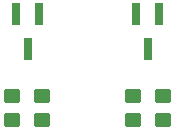
<source format=gtp>
%TF.GenerationSoftware,KiCad,Pcbnew,(6.0.1)*%
%TF.CreationDate,2022-03-17T16:21:18+01:00*%
%TF.ProjectId,Module,4d6f6475-6c65-42e6-9b69-6361645f7063,v01*%
%TF.SameCoordinates,Original*%
%TF.FileFunction,Paste,Top*%
%TF.FilePolarity,Positive*%
%FSLAX46Y46*%
G04 Gerber Fmt 4.6, Leading zero omitted, Abs format (unit mm)*
G04 Created by KiCad (PCBNEW (6.0.1)) date 2022-03-17 16:21:18*
%MOMM*%
%LPD*%
G01*
G04 APERTURE LIST*
G04 Aperture macros list*
%AMRoundRect*
0 Rectangle with rounded corners*
0 $1 Rounding radius*
0 $2 $3 $4 $5 $6 $7 $8 $9 X,Y pos of 4 corners*
0 Add a 4 corners polygon primitive as box body*
4,1,4,$2,$3,$4,$5,$6,$7,$8,$9,$2,$3,0*
0 Add four circle primitives for the rounded corners*
1,1,$1+$1,$2,$3*
1,1,$1+$1,$4,$5*
1,1,$1+$1,$6,$7*
1,1,$1+$1,$8,$9*
0 Add four rect primitives between the rounded corners*
20,1,$1+$1,$2,$3,$4,$5,0*
20,1,$1+$1,$4,$5,$6,$7,0*
20,1,$1+$1,$6,$7,$8,$9,0*
20,1,$1+$1,$8,$9,$2,$3,0*%
G04 Aperture macros list end*
%ADD10R,0.800000X1.900000*%
%ADD11RoundRect,0.249999X-0.450001X0.350001X-0.450001X-0.350001X0.450001X-0.350001X0.450001X0.350001X0*%
%ADD12RoundRect,0.249999X0.450001X-0.350001X0.450001X0.350001X-0.450001X0.350001X-0.450001X-0.350001X0*%
G04 APERTURE END LIST*
D10*
%TO.C,Q1*%
X152080000Y-66318000D03*
X150180000Y-66318000D03*
X151130000Y-69318000D03*
%TD*%
%TO.C,Q2*%
X141920000Y-66318000D03*
X140020000Y-66318000D03*
X140970000Y-69318000D03*
%TD*%
D11*
%TO.C,R2*%
X142220000Y-73295000D03*
X142220000Y-75295000D03*
%TD*%
%TO.C,R1*%
X152400000Y-73295000D03*
X152400000Y-75295000D03*
%TD*%
%TO.C,R3*%
X149860000Y-73295000D03*
X149860000Y-75295000D03*
%TD*%
D12*
%TO.C,R4*%
X139680000Y-75295000D03*
X139680000Y-73295000D03*
%TD*%
M02*

</source>
